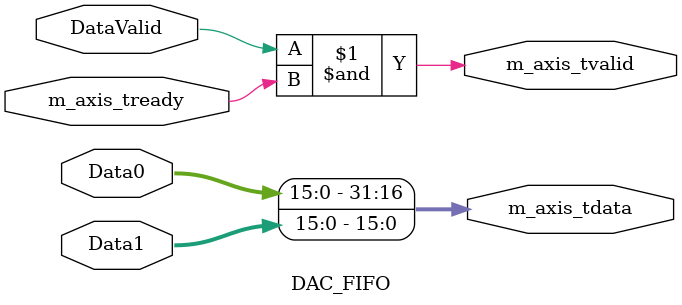
<source format=v>
`timescale 1ns / 1ps


module DAC_FIFO(
    input [15:0] Data0,
    input [15:0] Data1,
    input DataValid,
    output [31:0] m_axis_tdata,
    input m_axis_tready,
    output m_axis_tvalid
    );
    
assign m_axis_tdata = {Data0, Data1};
assign m_axis_tvalid = DataValid & m_axis_tready;
    
endmodule

</source>
